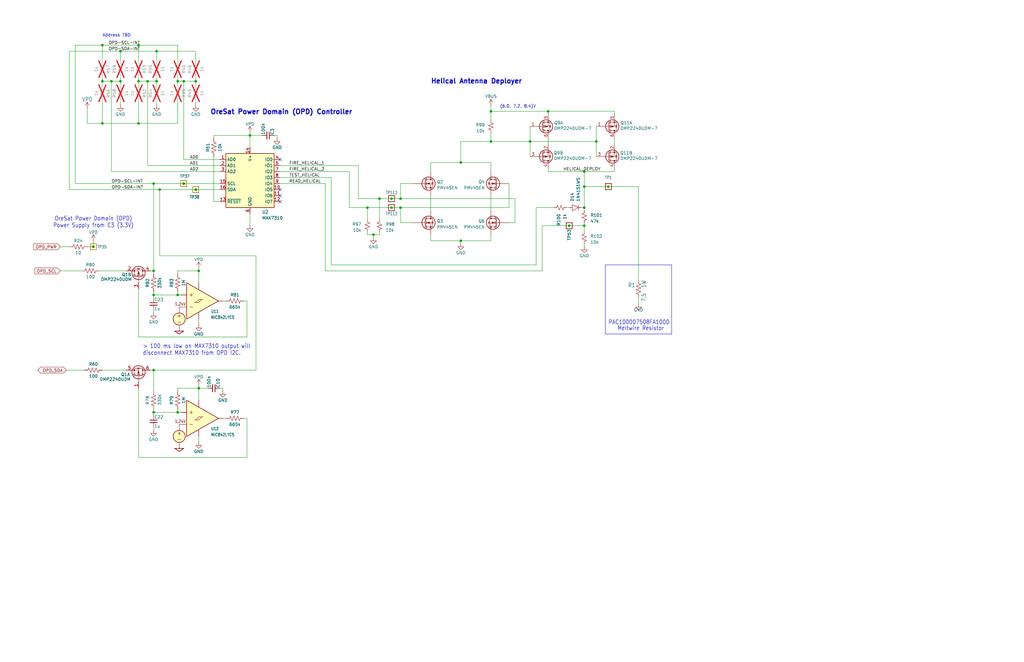
<source format=kicad_sch>
(kicad_sch (version 20250114) (generator "eeschema") (generator_version "9.0")
  (paper "B")
  (title_block (title "OreSat1 +Z End Card") (date "2026-02-18") (rev "v1.1") (company "Portland State Aerospace Society"))
  (text "OreSat Power Domain (OPD)\nPower Supply from C3 (3.3V)" (at 39.37 96.266 0) (effects (font (size 1.778 1.5113)) (justify bottom)))
  (text "OreSat Power Domain (OPD) Controller" (at 88.646 48.514 0) (effects (font (size 2 2) (thickness 0.4) (bold yes)) (justify left bottom)))
  (text "> 100 ms low on MAX7310 output will\ndisconnect MAX7310 from OPD I2C." (at 60.198 150.114 0) (effects (font (size 1.778 1.5113)) (justify left bottom)))
  (text "PAC100007508FA1000" (at 256.54 137.16 0) (effects (font (size 1.778 1.5113)) (justify left bottom)))
  (text "(6.0, 7.2, 8.4)V" (at 210.82 45.72 0) (effects (font (size 1.27 1.27)) (justify left bottom)))
  (text "Address TBD" (at 43.18 15.748 0) (effects (font (size 1.27 1.27)) (justify left bottom)))
  (text "Meltwire Resistor" (at 260.35 139.7 0) (effects (font (size 1.778 1.5113)) (justify left bottom)))
  (text "Helical Antenna Deployer" (at 181.61 35.56 0) (effects (font (size 2 2) (thickness 0.4) (bold yes)) (justify left bottom)))
  (junction (at 74.93 124.46))
  (junction (at 74.93 173.99))
  (junction (at 74.93 34.29))
  (junction (at 82.55 34.29))
  (junction (at 251.46 59.69))
  (junction (at 82.55 80.01))
  (junction (at 105.41 57.15))
  (junction (at 67.31 80.01))
  (junction (at 64.77 156.21))
  (junction (at 165.1 83.82))
  (junction (at 207.01 59.69))
  (junction (at 43.18 19.05))
  (junction (at 39.37 104.14))
  (junction (at 160.02 83.82))
  (junction (at 77.47 77.47))
  (junction (at 58.42 34.29))
  (junction (at 168.91 83.82))
  (junction (at 246.38 72.39))
  (junction (at 231.14 46.99))
  (junction (at 207.01 46.99))
  (junction (at 62.23 34.29))
  (junction (at 157.48 99.06))
  (junction (at 64.77 124.46))
  (junction (at 83.82 114.3))
  (junction (at 246.38 78.74))
  (junction (at 83.82 163.83))
  (junction (at 50.8 21.59))
  (junction (at 58.42 19.05))
  (junction (at 66.04 21.59))
  (junction (at 43.18 52.07))
  (junction (at 223.52 59.69))
  (junction (at 165.1 87.63))
  (junction (at 256.54 78.74))
  (junction (at 77.47 34.29))
  (junction (at 46.99 34.29))
  (junction (at 43.18 34.29))
  (junction (at 64.77 173.99))
  (junction (at 154.94 87.63))
  (junction (at 64.77 77.47))
  (junction (at 246.38 95.25))
  (junction (at 194.31 68.58))
  (junction (at 58.42 52.07))
  (junction (at 240.03 95.25))
  (junction (at 168.91 87.63))
  (junction (at 50.8 34.29))
  (junction (at 64.77 114.3))
  (junction (at 66.04 34.29))
  (junction (at 246.38 87.63))
  (junction (at 194.31 101.6))
  (no_connect (at 118.11 85.09))
  (no_connect (at 118.11 67.31))
  (no_connect (at 118.11 82.55))
  (no_connect (at 118.11 80.01))
  (wire (pts (xy 64.77 172.72) (xy 64.77 173.99)) (stroke (width 0.1524)))
  (wire (pts (xy 107.95 107.95) (xy 67.31 107.95)) (stroke (width 0.1524)))
  (wire (pts (xy 92.71 67.31) (xy 77.47 67.31)) (stroke (width 0.1524)))
  (wire (pts (xy 64.77 173.99) (xy 74.93 173.99)) (stroke (width 0.1524)))
  (wire (pts (xy 50.8 21.59) (xy 66.04 21.59)) (stroke (width 0.1524)))
  (wire (pts (xy 139.7 111.76) (xy 226.06 111.76)))
  (wire (pts (xy 137.16 77.47) (xy 137.16 114.3)))
  (wire (pts (xy 259.08 46.99) (xy 259.08 48.26)))
  (wire (pts (xy 157.48 100.33) (xy 157.48 99.06)))
  (wire (pts (xy 74.93 33.02) (xy 74.93 34.29)))
  (wire (pts (xy 58.42 19.05) (xy 74.93 19.05)) (stroke (width 0.1524)))
  (wire (pts (xy 259.08 58.42) (xy 259.08 60.96)))
  (wire (pts (xy 64.77 156.21) (xy 107.95 156.21)) (stroke (width 0.1524)))
  (wire (pts (xy 43.18 24.13) (xy 43.18 25.4)))
  (wire (pts (xy 246.38 95.25) (xy 246.38 97.79)))
  (wire (pts (xy 41.91 114.3) (xy 53.34 114.3)) (stroke (width 0.1524)))
  (wire (pts (xy 207.01 68.58) (xy 207.01 72.39)))
  (wire (pts (xy 82.55 34.29) (xy 82.55 35.56)))
  (wire (pts (xy 165.1 83.82) (xy 168.91 83.82)))
  (wire (pts (xy 228.6 95.25) (xy 240.03 95.25)))
  (wire (pts (xy 82.55 80.01) (xy 67.31 80.01)) (stroke (width 0.1524)))
  (polyline (pts (xy 283.21 140.97) (xy 255.27 140.97)))
  (wire (pts (xy 194.31 59.69) (xy 194.31 68.58)))
  (wire (pts (xy 259.08 72.39) (xy 246.38 72.39)))
  (wire (pts (xy 64.77 125.73) (xy 64.77 124.46)) (stroke (width 0.1524)))
  (wire (pts (xy 63.5 156.21) (xy 64.77 156.21)) (stroke (width 0.1524)))
  (wire (pts (xy 58.42 121.92) (xy 58.42 142.24)))
  (wire (pts (xy 245.11 87.63) (xy 246.38 87.63)))
  (wire (pts (xy 231.14 58.42) (xy 231.14 60.96)))
  (wire (pts (xy 74.93 172.72) (xy 74.93 173.99)) (stroke (width 0.1524)))
  (wire (pts (xy 207.01 82.55) (xy 207.01 88.9)))
  (wire (pts (xy 147.32 72.39) (xy 147.32 87.63)))
  (wire (pts (xy 116.84 57.15) (xy 115.57 57.15)) (stroke (width 0.1524)))
  (wire (pts (xy 36.83 52.07) (xy 43.18 52.07)))
  (wire (pts (xy 207.01 55.88) (xy 207.01 59.69)))
  (wire (pts (xy 74.93 34.29) (xy 74.93 35.56)))
  (wire (pts (xy 104.14 176.53) (xy 104.14 193.04)) (stroke (width 0.1524)))
  (wire (pts (xy 77.47 77.47) (xy 92.71 77.47)) (stroke (width 0.1524)))
  (wire (pts (xy 27.94 156.21) (xy 35.56 156.21)))
  (wire (pts (xy 50.8 43.18) (xy 50.8 44.45)))
  (wire (pts (xy 194.31 68.58) (xy 207.01 68.58)))
  (wire (pts (xy 74.93 24.13) (xy 74.93 25.4)))
  (wire (pts (xy 50.8 24.13) (xy 50.8 25.4)))
  (wire (pts (xy 83.82 163.83) (xy 74.93 163.83)) (stroke (width 0.1524)))
  (wire (pts (xy 181.61 82.55) (xy 181.61 88.9)))
  (wire (pts (xy 82.55 24.13) (xy 82.55 25.4)))
  (wire (pts (xy 66.04 24.13) (xy 66.04 25.4)))
  (wire (pts (xy 118.11 77.47) (xy 137.16 77.47)))
  (wire (pts (xy 66.04 33.02) (xy 66.04 34.29)))
  (wire (pts (xy 154.94 99.06) (xy 157.48 99.06)))
  (wire (pts (xy 82.55 21.59) (xy 82.55 24.13)) (stroke (width 0.1524)))
  (wire (pts (xy 58.42 193.04) (xy 104.14 193.04)) (stroke (width 0.1524)))
  (wire (pts (xy 231.14 72.39) (xy 231.14 71.12)))
  (wire (pts (xy 92.71 85.09) (xy 90.17 85.09)) (stroke (width 0.1524)))
  (wire (pts (xy 168.91 83.82) (xy 217.17 83.82)))
  (wire (pts (xy 62.23 69.85) (xy 62.23 34.29)) (stroke (width 0.1524)))
  (wire (pts (xy 207.01 44.45) (xy 207.01 46.99)))
  (wire (pts (xy 181.61 72.39) (xy 181.61 68.58)))
  (wire (pts (xy 104.14 127) (xy 104.14 142.24)) (stroke (width 0.1524)))
  (wire (pts (xy 43.18 24.13) (xy 43.18 19.05)) (stroke (width 0.1524)))
  (wire (pts (xy 64.77 173.99) (xy 64.77 175.26)) (stroke (width 0.1524)))
  (wire (pts (xy 181.61 68.58) (xy 194.31 68.58)))
  (wire (pts (xy 107.95 156.21) (xy 107.95 107.95)) (stroke (width 0.1524)))
  (wire (pts (xy 105.41 55.88) (xy 105.41 57.15)) (stroke (width 0.1524)))
  (wire (pts (xy 92.71 80.01) (xy 82.55 80.01)) (stroke (width 0.1524)))
  (wire (pts (xy 207.01 101.6) (xy 207.01 99.06)))
  (wire (pts (xy 251.46 59.69) (xy 251.46 53.34)))
  (wire (pts (xy 62.23 34.29) (xy 58.42 34.29)) (stroke (width 0.1524)))
  (wire (pts (xy 82.55 43.18) (xy 82.55 44.45)))
  (wire (pts (xy 137.16 114.3) (xy 228.6 114.3)))
  (wire (pts (xy 256.54 78.74) (xy 269.24 78.74)))
  (wire (pts (xy 240.03 95.25) (xy 246.38 95.25)))
  (wire (pts (xy 118.11 69.85) (xy 151.13 69.85)))
  (wire (pts (xy 160.02 83.82) (xy 160.02 92.71)))
  (wire (pts (xy 105.41 90.17) (xy 105.41 95.25)) (stroke (width 0.1524)))
  (wire (pts (xy 105.41 57.15) (xy 110.49 57.15)) (stroke (width 0.1524)))
  (wire (pts (xy 238.76 87.63) (xy 240.03 87.63)))
  (wire (pts (xy 90.17 66.04) (xy 90.17 85.09)) (stroke (width 0.1524)))
  (wire (pts (xy 228.6 114.3) (xy 228.6 95.25)))
  (wire (pts (xy 207.01 46.99) (xy 231.14 46.99)))
  (wire (pts (xy 118.11 72.39) (xy 147.32 72.39)))
  (wire (pts (xy 50.8 24.13) (xy 50.8 21.59)) (stroke (width 0.1524)))
  (wire (pts (xy 104.14 127) (xy 102.87 127)) (stroke (width 0.1524)))
  (wire (pts (xy 83.82 162.56) (xy 83.82 163.83)) (stroke (width 0.1524)))
  (wire (pts (xy 118.11 74.93) (xy 139.7 74.93)))
  (wire (pts (xy 83.82 184.15) (xy 83.82 186.69)) (stroke (width 0.1524)))
  (wire (pts (xy 67.31 80.01) (xy 29.21 80.01)) (stroke (width 0.1524)))
  (wire (pts (xy 64.77 156.21) (xy 64.77 165.1)) (stroke (width 0.1524)))
  (wire (pts (xy 151.13 83.82) (xy 151.13 69.85)))
  (wire (pts (xy 74.93 124.46) (xy 76.2 124.46)) (stroke (width 0.1524)))
  (wire (pts (xy 194.31 59.69) (xy 207.01 59.69)))
  (wire (pts (xy 77.47 34.29) (xy 74.93 34.29)) (stroke (width 0.1524)))
  (wire (pts (xy 105.41 57.15) (xy 105.41 62.23)))
  (wire (pts (xy 246.38 87.63) (xy 246.38 88.9)))
  (wire (pts (xy 83.82 163.83) (xy 87.63 163.83)))
  (wire (pts (xy 77.47 67.31) (xy 77.47 34.29)) (stroke (width 0.1524)))
  (wire (pts (xy 31.75 19.05) (xy 43.18 19.05)) (stroke (width 0.1524)))
  (wire (pts (xy 90.17 57.15) (xy 90.17 58.42)))
  (wire (pts (xy 194.31 102.87) (xy 194.31 101.6)))
  (wire (pts (xy 217.17 93.98) (xy 214.63 93.98)))
  (wire (pts (xy 160.02 83.82) (xy 165.1 83.82)))
  (wire (pts (xy 165.1 87.63) (xy 168.91 87.63)))
  (wire (pts (xy 92.71 72.39) (xy 46.99 72.39)) (stroke (width 0.1524)))
  (polyline (pts (xy 283.21 111.76) (xy 283.21 140.97)))
  (wire (pts (xy 181.61 101.6) (xy 194.31 101.6)))
  (wire (pts (xy 154.94 97.79) (xy 154.94 99.06)))
  (wire (pts (xy 154.94 87.63) (xy 165.1 87.63)))
  (wire (pts (xy 46.99 34.29) (xy 43.18 34.29)) (stroke (width 0.1524)))
  (wire (pts (xy 226.06 87.63) (xy 226.06 111.76)))
  (wire (pts (xy 64.77 114.3) (xy 64.77 77.47)) (stroke (width 0.1524)))
  (wire (pts (xy 74.93 123.19) (xy 74.93 124.46)) (stroke (width 0.1524)))
  (wire (pts (xy 246.38 78.74) (xy 246.38 72.39)))
  (wire (pts (xy 64.77 124.46) (xy 74.93 124.46)) (stroke (width 0.1524)))
  (wire (pts (xy 83.82 163.83) (xy 83.82 168.91)) (stroke (width 0.1524)))
  (wire (pts (xy 223.52 59.69) (xy 251.46 59.69)))
  (wire (pts (xy 92.71 163.83) (xy 93.98 163.83)))
  (wire (pts (xy 90.17 57.15) (xy 105.41 57.15)) (stroke (width 0.1524)))
  (wire (pts (xy 64.77 180.34) (xy 64.77 181.61)))
  (wire (pts (xy 74.93 24.13) (xy 74.93 19.05)) (stroke (width 0.1524)))
  (wire (pts (xy 83.82 119.38) (xy 83.82 114.3)) (stroke (width 0.1524)))
  (wire (pts (xy 181.61 99.06) (xy 181.61 101.6)))
  (wire (pts (xy 223.52 59.69) (xy 223.52 53.34)))
  (wire (pts (xy 43.18 43.18) (xy 43.18 52.07)) (stroke (width 0.1524)))
  (wire (pts (xy 154.94 87.63) (xy 154.94 92.71)))
  (wire (pts (xy 168.91 83.82) (xy 168.91 77.47)))
  (wire (pts (xy 43.18 156.21) (xy 53.34 156.21)) (stroke (width 0.1524)))
  (wire (pts (xy 92.71 69.85) (xy 62.23 69.85)) (stroke (width 0.1524)))
  (wire (pts (xy 246.38 93.98) (xy 246.38 95.25)))
  (wire (pts (xy 74.93 163.83) (xy 74.93 165.1)))
  (wire (pts (xy 246.38 72.39) (xy 231.14 72.39)))
  (wire (pts (xy 168.91 77.47) (xy 173.99 77.47)))
  (polyline (pts (xy 255.27 140.97) (xy 255.27 111.76)))
  (wire (pts (xy 147.32 87.63) (xy 154.94 87.63)))
  (wire (pts (xy 58.42 43.18) (xy 58.42 52.07)) (stroke (width 0.1524)))
  (wire (pts (xy 50.8 34.29) (xy 46.99 34.29)) (stroke (width 0.1524)))
  (wire (pts (xy 168.91 87.63) (xy 168.91 93.98)))
  (wire (pts (xy 66.04 21.59) (xy 82.55 21.59)) (stroke (width 0.1524)))
  (wire (pts (xy 160.02 99.06) (xy 160.02 97.79)))
  (wire (pts (xy 46.99 72.39) (xy 46.99 34.29)) (stroke (width 0.1524)))
  (wire (pts (xy 43.18 33.02) (xy 43.18 34.29)))
  (wire (pts (xy 58.42 163.83) (xy 58.42 193.04)))
  (wire (pts (xy 31.75 77.47) (xy 31.75 19.05)) (stroke (width 0.1524)))
  (wire (pts (xy 64.77 115.57) (xy 64.77 114.3)) (stroke (width 0.1524)))
  (wire (pts (xy 64.77 123.19) (xy 64.77 124.46)) (stroke (width 0.1524)))
  (wire (pts (xy 66.04 34.29) (xy 66.04 35.56)))
  (wire (pts (xy 29.21 80.01) (xy 29.21 21.59)) (stroke (width 0.1524)))
  (wire (pts (xy 246.38 87.63) (xy 246.38 78.74)))
  (wire (pts (xy 66.04 24.13) (xy 66.04 21.59)) (stroke (width 0.1524)))
  (wire (pts (xy 251.46 59.69) (xy 251.46 66.04)))
  (wire (pts (xy 231.14 46.99) (xy 259.08 46.99)))
  (wire (pts (xy 217.17 83.82) (xy 217.17 93.98)))
  (wire (pts (xy 74.93 43.18) (xy 74.93 44.45)))
  (wire (pts (xy 139.7 74.93) (xy 139.7 111.76)))
  (wire (pts (xy 74.93 115.57) (xy 74.93 114.3)) (stroke (width 0.1524)))
  (wire (pts (xy 82.55 33.02) (xy 82.55 34.29)))
  (wire (pts (xy 82.55 34.29) (xy 77.47 34.29)) (stroke (width 0.1524)))
  (wire (pts (xy 58.42 33.02) (xy 58.42 34.29)))
  (wire (pts (xy 223.52 59.69) (xy 223.52 66.04)))
  (wire (pts (xy 102.87 176.53) (xy 104.14 176.53)) (stroke (width 0.1524)))
  (wire (pts (xy 207.01 46.99) (xy 207.01 50.8)))
  (wire (pts (xy 74.93 173.99) (xy 76.2 173.99)) (stroke (width 0.1524)))
  (wire (pts (xy 269.24 78.74) (xy 269.24 118.11)))
  (polyline (pts (xy 255.27 111.76) (xy 283.21 111.76)))
  (wire (pts (xy 39.37 104.14) (xy 39.37 101.6)) (stroke (width 0.1524)))
  (wire (pts (xy 168.91 87.63) (xy 214.63 87.63)))
  (wire (pts (xy 64.77 114.3) (xy 63.5 114.3)) (stroke (width 0.1524)))
  (wire (pts (xy 43.18 19.05) (xy 58.42 19.05)) (stroke (width 0.1524)))
  (wire (pts (xy 93.98 176.53) (xy 95.25 176.53)))
  (wire (pts (xy 259.08 71.12) (xy 259.08 72.39)))
  (wire (pts (xy 168.91 93.98) (xy 173.99 93.98)))
  (wire (pts (xy 58.42 34.29) (xy 58.42 35.56)))
  (wire (pts (xy 157.48 99.06) (xy 160.02 99.06)))
  (wire (pts (xy 95.25 127) (xy 93.98 127)))
  (wire (pts (xy 36.83 45.72) (xy 36.83 52.07)))
  (wire (pts (xy 231.14 46.99) (xy 231.14 48.26)))
  (wire (pts (xy 64.77 77.47) (xy 77.47 77.47)) (stroke (width 0.1524)))
  (wire (pts (xy 43.18 52.07) (xy 58.42 52.07)) (stroke (width 0.1524)))
  (wire (pts (xy 256.54 78.74) (xy 246.38 78.74)))
  (wire (pts (xy 226.06 87.63) (xy 233.68 87.63)))
  (wire (pts (xy 194.31 101.6) (xy 207.01 101.6)))
  (wire (pts (xy 58.42 142.24) (xy 104.14 142.24)) (stroke (width 0.1524)))
  (wire (pts (xy 50.8 34.29) (xy 50.8 35.56)))
  (wire (pts (xy 214.63 87.63) (xy 214.63 77.47)))
  (wire (pts (xy 83.82 134.62) (xy 83.82 137.16)) (stroke (width 0.1524)))
  (wire (pts (xy 67.31 107.95) (xy 67.31 80.01)) (stroke (width 0.1524)))
  (wire (pts (xy 25.4 114.3) (xy 34.29 114.3)))
  (wire (pts (xy 66.04 43.18) (xy 66.04 44.45)))
  (wire (pts (xy 64.77 130.81) (xy 64.77 132.08)))
  (wire (pts (xy 83.82 114.3) (xy 83.82 113.03)) (stroke (width 0.1524)))
  (wire (pts (xy 36.83 104.14) (xy 39.37 104.14)) (stroke (width 0.1524)))
  (wire (pts (xy 269.24 125.73) (xy 269.24 128.27)))
  (wire (pts (xy 246.38 104.14) (xy 246.38 102.87)))
  (wire (pts (xy 93.98 163.83) (xy 93.98 165.1)))
  (wire (pts (xy 29.21 21.59) (xy 50.8 21.59)) (stroke (width 0.1524)))
  (wire (pts (xy 25.4 104.14) (xy 29.21 104.14)))
  (wire (pts (xy 58.42 24.13) (xy 58.42 25.4)))
  (wire (pts (xy 66.04 34.29) (xy 62.23 34.29)) (stroke (width 0.1524)))
  (wire (pts (xy 50.8 33.02) (xy 50.8 34.29)))
  (wire (pts (xy 83.82 114.3) (xy 74.93 114.3)) (stroke (width 0.1524)))
  (wire (pts (xy 151.13 83.82) (xy 160.02 83.82)))
  (wire (pts (xy 58.42 24.13) (xy 58.42 19.05)) (stroke (width 0.1524)))
  (wire (pts (xy 207.01 59.69) (xy 223.52 59.69)))
  (wire (pts (xy 116.84 58.42) (xy 116.84 57.15)) (stroke (width 0.1524)))
  (wire (pts (xy 43.18 34.29) (xy 43.18 35.56)))
  (wire (pts (xy 58.42 52.07) (xy 74.93 52.07)) (stroke (width 0.1524)))
  (wire (pts (xy 31.75 77.47) (xy 64.77 77.47)) (stroke (width 0.1524)))
  (wire (pts (xy 74.93 52.07) (xy 74.93 44.45)) (stroke (width 0.1524)))
  (label "OPD-SDA-INT" (at 46.99 80.01 0) (effects (font (size 1.2446 1.2446))))
  (label "AD1" (at 80.01 69.85 0) (effects (font (size 1.2446 1.2446))))
  (label "AD0" (at 80.01 67.31 0) (effects (font (size 1.2446 1.2446))))
  (label "FIRE_HELICAL_1" (at 121.92 69.85 0))
  (label "HELICAL_DEPLOY" (at 237.49 72.39 0))
  (label "OPD-SCL-INT" (at 46.99 77.47 0) (effects (font (size 1.2446 1.2446))))
  (label "OPD-SDA-INT" (at 45.72 21.59 0) (effects (font (size 1.2446 1.2446))))
  (label "READ_HELICAL" (at 121.92 77.47 0))
  (label "TEST_HELICAL" (at 121.92 74.93 0))
  (label "FIRE_HELICAL_2" (at 121.92 72.39 0))
  (label "AD2" (at 80.01 72.39 0) (effects (font (size 1.2446 1.2446))))
  (label "OPD-SCL-INT" (at 45.72 19.05 0) (effects (font (size 1.2446 1.2446))))
  (global_label "OPD_SCL" (shape input) (at 25.4 114.3 180) (property "Intersheetrefs" "${INTERSHEET_REFS}" (effects (hide yes))))
  (global_label "OPD_SDA" (shape bidirectional) (at 27.94 156.21 180) (property "Intersheetrefs" "${INTERSHEET_REFS}" (effects (hide yes))))
  (global_label "OPD_PWR" (shape input) (at 25.4 104.14 180) (property "Intersheetrefs" "${INTERSHEET_REFS}" (effects (hide yes))))
  (symbol (lib_id "oresat-ics:MIC842LYC5") (at 83.82 127 0) (unit 1)
    (property "Reference" "U11" (at 88.9 132.08 0) (effects (font (size 1.27 1.0795)) (justify left bottom)))
    (property "Value" "MIC842LYC5" (at 88.9 134.62 0) (effects (font (size 1.27 1.0795)) (justify left bottom)))
    (property "Footprint" "Package_TO_SOT_SMD:SOT-353_SC-70-5" (effects (hide yes)))
    (property "Datasheet" "https://ww1.microchip.com/downloads/aemDocuments/documents/OTH/ProductDocuments/DataSheets/20005758A.pdf" (effects (hide yes)))
    (property "Description" "Comparator with Voltage Reference Push-Pull SC-70-5" (effects (hide yes)))
    (property "DIS" "DigiKey" (effects (hide yes)))
    (property "DPN" "576-2927-1-ND" (effects (hide yes)))
    (property "MFR" "Microchip" (effects (hide yes)))
    (property "MPN" "MIC842LYC5-TR" (effects (hide yes)))
  )
  (symbol (lib_id "Device:R_US") (at 99.06 127 90) (unit 1)
    (property "Reference" "R81" (at 99.06 124.46 90))
    (property "Value" "665k" (at 99.06 129.54 90))
    (property "Footprint" "oresat-passives:0603-C-NOSILK" (effects (hide yes)))
    (property "Datasheet" "https://www.seielect.com/catalog/SEI-RMCF_RMCP.pdf" (effects (hide yes)))
    (property "Description" "665 kOhms ±1% 0.1W, 1/10W Chip Resistor 0603 (1608 Metric) Automotive AEC-Q200 Thick Film" (effects (hide yes)))
    (property "DIS" "DigiKey" (effects (hide yes)))
    (property "DPN" "RMCF0603FT665KCT-ND" (effects (hide yes)))
    (property "MFR" "Stackpole Electronics Inc" (effects (hide yes)))
    (property "MPN" "RMCF0603FT665K" (effects (hide yes)))
  )
  (symbol (lib_id "oresat-power:VPD") (at 105.41 55.88 0) (unit 1)
    (property "Reference" "#VPD07" (effects (hide yes)))
    (property "Value" "VPD" (at 105.41 53.086 0) (effects (justify bottom)))
  )
  (symbol (lib_id "Device:C_Small") (at 64.77 128.27 0) (unit 1)
    (property "Reference" "C23" (at 65.024 126.492 0) (effects (justify left)))
    (property "Value" "1u" (at 65.024 130.302 0) (effects (justify left)))
    (property "Footprint" "oresat-passives:0603-C-NOSILK" (effects (hide yes)))
    (property "Datasheet" "https://search.murata.co.jp/Ceramy/image/img/A01X/G101/ENG/GRT188R71E105KE13-01.pdf" (effects (hide yes)))
    (property "Description" "1 µF ±10% 25V Ceramic Capacitor X7R 0603 (1608 Metric)" (effects (hide yes)))
    (property "DIS" "DigiKey" (effects (hide yes)))
    (property "DPN" "490-GRT188R71E105KE13DCT-ND" (effects (hide yes)))
    (property "MFR" "Murata Electronics" (effects (hide yes)))
    (property "MPN" "GRT188R71E105KE13D" (effects (hide yes)))
  )
  (symbol (lib_id "power:GND") (at 116.84 58.42 0) (mirror y) (unit 1)
    (property "Reference" "#GND09" (effects (hide yes)))
    (property "Value" "GND" (at 116.84 62.23 0))
    (property "Description" "Power symbol creates a global label with name \"GND\" , ground" (effects (hide yes)))
  )
  (symbol (lib_id "Device:R_US") (at 64.77 168.91 180) (unit 1)
    (property "Reference" "R78" (at 62.23 168.91 90))
    (property "Value" "330k" (at 67.31 168.656 90))
    (property "Footprint" "oresat-passives:0603-C-NOSILK" (effects (hide yes)))
    (property "Datasheet" "https://www.seielect.com/catalog/SEI-RMCF_RMCP.pdf" (effects (hide yes)))
    (property "Description" "330 kOhms ±1% 0.1W, 1/10W Chip Resistor 0603 (1608 Metric) Automotive AEC-Q200 Thick Film" (effects (hide yes)))
    (property "DIS" "DigiKey" (effects (hide yes)))
    (property "DPN" "RMCF0603FT330KCT-ND" (effects (hide yes)))
    (property "MFR" "Stackpole Electronics Inc" (effects (hide yes)))
    (property "MPN" "RMCF0603FT330K" (effects (hide yes)))
  )
  (symbol (lib_id "oresat-misc:Test-Point-0.75mm-th") (at 77.47 77.47 180) (unit 1) (in_bom no)
    (property "Reference" "TP37" (at 80.01 73.66 0) (effects (font (size 1.27 1.0795)) (justify left bottom)))
    (property "Value" "Test-Point" (effects (hide yes)))
    (property "Footprint" "oresat-misc:TestPoint-0.75mm-th" (effects (hide yes)))
    (property "Description" "0.75 mm TH test point; good for scope probes and jumpers" (effects (hide yes)))
  )
  (symbol (lib_id "oresat-misc:Test-Point-0.75mm-th") (at 39.37 104.14 180) (unit 1) (in_bom no)
    (property "Reference" "TP35" (at 40.894 104.902 0) (effects (font (size 1.27 1.0795)) (justify right top)))
    (property "Value" "Test-Point" (effects (hide yes)))
    (property "Footprint" "oresat-misc:TestPoint-0.75mm-th" (effects (hide yes)))
    (property "Description" "0.75 mm TH test point; good for scope probes and jumpers" (effects (hide yes)))
  )
  (symbol (lib_id "Transistor_FET:Q_Dual_PMOS_G1S2G2D2S1D1") (at 228.6 66.04 0) (mirror x) (unit 2)
    (property "Reference" "Q9" (at 237.49 65.278 0) (effects (justify right top)))
    (property "Value" "DMP2240UDM-7" (at 249.428 67.564 0) (effects (justify right top)))
    (property "Footprint" "Package_TO_SOT_SMD:SOT-23-6" (effects (hide yes)))
    (property "Datasheet" "https://www.diodes.com/assets/Datasheets/ds31197.pdf" (effects (hide yes)))
    (property "Description" "Mosfet Array 20V 2A 600mW Surface Mount SOT-26" (effects (hide yes)))
    (property "DIS" "DigiKey" (effects (hide yes)))
    (property "DPN" "DMP2240UDMDICT-ND" (effects (hide yes)))
    (property "MFR" "Diodes Inc" (effects (hide yes)))
    (property "MPN" "DMP2240UDM" (effects (hide yes)))
  )
  (symbol (lib_id "Device:R_US") (at 74.93 119.38 180) (unit 1)
    (property "Reference" "R83" (at 72.39 119.38 90))
    (property "Value" "1M" (at 77.47 119.38 90))
    (property "Footprint" "oresat-passives:0603-C-NOSILK" (effects (hide yes)))
    (property "Datasheet" "https://www.seielect.com/catalog/SEI-RMCF_RMCP.pdf" (effects (hide yes)))
    (property "Description" "1 MOhms ±1% 0.1W, 1/10W Chip Resistor 0603 (1608 Metric) Automotive AEC-Q200 Thick Film" (effects (hide yes)))
    (property "DIS" "DigiKey" (effects (hide yes)))
    (property "DPN" "RMCF0603FT1M00CT-ND" (effects (hide yes)))
    (property "MFR" "Stackpole Electronics Inc" (effects (hide yes)))
    (property "MPN" "RMCF0603FT1M00" (effects (hide yes)))
  )
  (symbol (lib_id "Device:R_US") (at 66.04 29.21 180) (unit 1) (dnp yes)
    (property "Reference" "R55" (at 63.5 29.21 90))
    (property "Value" "1k" (at 68.58 29.21 90))
    (property "Footprint" "oresat-passives:0603-C-NOSILK" (effects (hide yes)))
    (property "DIS" "Digi-Key" (effects (hide yes)))
    (property "DPN" "1276-4275-1-ND" (effects (hide yes)))
    (property "MFR" "Samsung" (effects (hide yes)))
    (property "MPN" "RC1005F6653CS" (effects (hide yes)))
  )
  (symbol (lib_id "Device:R_US") (at 82.55 29.21 180) (unit 1) (dnp yes)
    (property "Reference" "R46" (at 80.01 29.21 90))
    (property "Value" "1k" (at 85.09 29.21 90))
    (property "Footprint" "oresat-passives:0603-C-NOSILK" (effects (hide yes)))
    (property "DIS" "Digi-Key" (effects (hide yes)))
    (property "DPN" "1276-4275-1-ND" (effects (hide yes)))
    (property "MFR" "Samsung" (effects (hide yes)))
    (property "MPN" "RC1005F6653CS" (effects (hide yes)))
  )
  (symbol (lib_id "Device:R_US") (at 66.04 39.37 180) (unit 1) (dnp yes)
    (property "Reference" "R54" (at 63.5 39.37 90))
    (property "Value" "1k" (at 68.58 39.37 90))
    (property "Footprint" "oresat-passives:0603-C-NOSILK" (effects (hide yes)))
    (property "Datasheet" "https://www.seielect.com/catalog/SEI-RMCF_RMCP.pdf" (effects (hide yes)))
    (property "Description" "1 kOhms ±1% 0.1W, 1/10W Chip Resistor 0603 (1608 Metric) Automotive AEC-Q200 Thick Film" (effects (hide yes)))
    (property "DIS" "DigiKey" (effects (hide yes)))
    (property "DPN" "RMCF0603FT1K00CT-ND" (effects (hide yes)))
    (property "MFR" "Stackpole Electronics Inc" (effects (hide yes)))
    (property "MPN" "RMCF0603FT1K00" (effects (hide yes)))
  )
  (symbol (lib_id "oresat-diodes:1N4151WS-HE3") (at 242.57 87.63 0) (unit 1)
    (property "Reference" "D14" (at 241.3 85.09 90) (effects (justify left)))
    (property "Value" "1N4151WS" (at 243.84 85.09 90) (effects (justify left)))
    (property "Footprint" "Diode_SMD:D_SOD-323" (effects (hide yes)))
    (property "Datasheet" "https://www.vishay.com/docs/85847/1n4151ws.pdf" (effects (hide yes)))
    (property "Description" "Diode Standard 50V 150mA Surface Mount SOD-323" (effects (hide yes)))
    (property "DPN" "112-1N4151WS-E3-08CT-ND" (effects (hide yes)))
    (property "DST" "Digi-Key" (effects (hide yes)))
    (property "MFR" "Vishay" (effects (hide yes)))
    (property "MPN" "1N4151WS-E3-08" (effects (hide yes)))
  )
  (symbol (lib_id "oresat-power:VPD") (at 39.37 101.6 0) (unit 1)
    (property "Reference" "#VPD06" (effects (hide yes)))
    (property "Value" "VPD" (at 39.37 98.806 0) (effects (justify bottom)))
    (property "Description" "Power symbol creates a global label with name \"VPD\"" (effects (hide yes)))
  )
  (symbol (lib_id "Device:R_Small_US") (at 207.01 53.34 0) (unit 1)
    (property "Reference" "R99" (at 204.47 52.705 0) (effects (justify right)))
    (property "Value" "10k" (at 204.47 55.245 0) (effects (justify right)))
    (property "Footprint" "Resistor_SMD:R_0603_1608Metric" (effects (hide yes)))
    (property "Description" "10 kOhms ±1% 0.1W, 1/10W Chip Resistor 0603 (1608 Metric) Automotive AEC-Q200 Thick Film" (effects (hide yes)))
    (property "DPN" "RMCF0603FT10K0CT-ND" (effects (hide yes)))
    (property "DST" "Digi-Key" (effects (hide yes)))
    (property "MFR" "Stackpole Electronics Inc" (effects (hide yes)))
    (property "MPN" "RMCF0603FT10K0" (effects (hide yes)))
  )
  (symbol (lib_id "power:GND") (at 83.82 186.69 0) (mirror y) (unit 1)
    (property "Reference" "#GND075" (effects (hide yes)))
    (property "Value" "GND" (at 83.82 190.5 0))
    (property "Description" "Power symbol creates a global label with name \"GND\" , ground" (effects (hide yes)))
  )
  (symbol (lib_id "Transistor_FET:Q_Dual_PMOS_G1S2G2D2S1D1") (at 256.54 53.34 0) (mirror x) (unit 1)
    (property "Reference" "Q11" (at 266.7 52.578 0) (effects (justify right top)))
    (property "Value" "DMP2240UDM-7" (at 277.368 54.864 0) (effects (justify right top)))
    (property "Footprint" "Package_TO_SOT_SMD:SOT-23-6" (effects (hide yes)))
    (property "Datasheet" "https://www.diodes.com/assets/Datasheets/ds31197.pdf" (effects (hide yes)))
    (property "Description" "Mosfet Array 20V 2A 600mW Surface Mount SOT-26" (effects (hide yes)))
    (property "DIS" "DigiKey" (effects (hide yes)))
    (property "DPN" "DMP2240UDMDICT-ND" (effects (hide yes)))
    (property "MFR" "Diodes Inc" (effects (hide yes)))
    (property "MPN" "DMP2240UDM" (effects (hide yes)))
  )
  (symbol (lib_id "oresat-power:VPD") (at 83.82 113.03 0) (unit 1)
    (property "Reference" "#VPD010" (effects (hide yes)))
    (property "Value" "VPD" (at 83.82 110.236 0) (effects (justify bottom)))
  )
  (symbol (lib_id "power:VBUS") (at 207.01 44.45 0) (unit 1)
    (property "Reference" "#PWR012" (effects (hide yes)))
    (property "Value" "VBUS" (at 207.01 40.64 0))
    (property "Description" "Power symbol creates a global label with name \"VBUS\"" (effects (hide yes)))
  )
  (symbol (lib_id "Device:R_US") (at 82.55 39.37 180) (unit 1) (dnp yes)
    (property "Reference" "R45" (at 80.01 39.37 90))
    (property "Value" "1k" (at 85.09 39.37 90))
    (property "Footprint" "oresat-passives:0603-C-NOSILK" (effects (hide yes)))
    (property "DIS" "Digi-Key" (effects (hide yes)))
    (property "DPN" "1276-4275-1-ND" (effects (hide yes)))
    (property "MFR" "Samsung" (effects (hide yes)))
    (property "MPN" "RC1005F6653CS" (effects (hide yes)))
  )
  (symbol (lib_id "Device:R_US") (at 64.77 119.38 180) (unit 1)
    (property "Reference" "R82" (at 62.23 119.38 90))
    (property "Value" "330k" (at 67.31 119.38 90))
    (property "Footprint" "oresat-passives:0603-C-NOSILK" (effects (hide yes)))
    (property "Datasheet" "https://www.seielect.com/catalog/SEI-RMCF_RMCP.pdf" (effects (hide yes)))
    (property "Description" "330 kOhms ±1% 0.1W, 1/10W Chip Resistor 0603 (1608 Metric) Automotive AEC-Q200 Thick Film" (effects (hide yes)))
    (property "DIS" "DigiKey" (effects (hide yes)))
    (property "DPN" "RMCF0603FT330KCT-ND" (effects (hide yes)))
    (property "MFR" "Stackpole Electronics Inc" (effects (hide yes)))
    (property "MPN" "RMCF0603FT330K" (effects (hide yes)))
  )
  (symbol (lib_id "power:GND") (at 157.48 100.33 0) (unit 1)
    (property "Reference" "#PWR0293" (effects (hide yes)))
    (property "Value" "GND" (at 157.48 104.14 0))
    (property "Description" "Power symbol creates a global label with name \"GND\" , ground" (effects (hide yes)))
  )
  (symbol (lib_id "Device:R_US") (at 33.02 104.14 90) (unit 1)
    (property "Reference" "R24" (at 33.02 101.6 90))
    (property "Value" "10" (at 33.02 106.68 90))
    (property "Footprint" "oresat-passives:0603-C-NOSILK" (effects (hide yes)))
    (property "Datasheet" "https://www.seielect.com/catalog/SEI-RMCF_RMCP.pdf" (effects (hide yes)))
    (property "Description" "10 Ohms ±1% 0.1W, 1/10W Chip Resistor 0603 (1608 Metric) Automotive AEC-Q200 Thick Film" (effects (hide yes)))
    (property "DIS" "DigiKey" (effects (hide yes)))
    (property "DPN" "RMCF0603FT10R0CT-ND" (effects (hide yes)))
    (property "MFR" "Stackpole Electronics Inc" (effects (hide yes)))
    (property "MPN" "RMCF0603FT10R0" (effects (hide yes)))
  )
  (symbol (lib_id "oresat-misc:Test-Point-1mm-round") (at 240.03 95.25 90) (unit 1) (in_bom no)
    (property "Reference" "TP63" (at 240.03 101.6 0) (effects (justify left)))
    (property "Value" "Test-Point" (effects (hide yes)))
    (property "Footprint" "oresat-misc:TestPoint_Pad_D1.0mm" (effects (hide yes)))
    (property "Description" "1mm round SMT test point" (effects (hide yes)))
  )
  (symbol (lib_id "Device:C_Small") (at 113.03 57.15 270) (mirror x) (unit 1)
    (property "Reference" "C3" (at 114.808 56.896 0) (effects (justify left)))
    (property "Value" "100n" (at 110.998 56.896 0) (effects (justify left)))
    (property "Footprint" "oresat-passives:0603-C-NOSILK" (effects (hide yes)))
    (property "Datasheet" "https://search.kemet.com/download/specsheet/C0603C104K5RACAUTO" (effects (hide yes)))
    (property "Description" "0.1 µF ±10% 50V Ceramic Capacitor X7R 0603 (1608 Metric)" (effects (hide yes)))
    (property "DIS" "DigiKey" (effects (hide yes)))
    (property "DPN" "399-6856-1-ND" (effects (hide yes)))
    (property "MFR" "KEMET" (effects (hide yes)))
    (property "MPN" "C0603C104K5RACAUTO" (effects (hide yes)))
  )
  (symbol (lib_id "power:GND") (at 64.77 181.61 0) (unit 1)
    (property "Reference" "#GND078" (effects (hide yes)))
    (property "Value" "GND" (at 64.77 185.42 0))
    (property "Description" "Power symbol creates a global label with name \"GND\" , ground" (effects (hide yes)))
  )
  (symbol (lib_id "Transistor_FET:Q_Dual_PMOS_G1S2G2D2S1D1") (at 256.54 66.04 0) (mirror x) (unit 2)
    (property "Reference" "Q11" (at 266.7 65.278 0) (effects (justify right top)))
    (property "Value" "DMP2240UDM-7" (at 277.368 67.564 0) (effects (justify right top)))
    (property "Footprint" "Package_TO_SOT_SMD:SOT-23-6" (effects (hide yes)))
    (property "Datasheet" "https://www.diodes.com/assets/Datasheets/ds31197.pdf" (effects (hide yes)))
    (property "Description" "Mosfet Array 20V 2A 600mW Surface Mount SOT-26" (effects (hide yes)))
    (property "DIS" "DigiKey" (effects (hide yes)))
    (property "DPN" "DMP2240UDMDICT-ND" (effects (hide yes)))
    (property "MFR" "Diodes Inc" (effects (hide yes)))
    (property "MPN" "DMP2240UDM" (effects (hide yes)))
  )
  (symbol (lib_id "power:GND") (at 246.38 104.14 0) (unit 1)
    (property "Reference" "#PWR0292" (effects (hide yes)))
    (property "Value" "GND" (at 246.38 107.95 0))
    (property "Description" "Power symbol creates a global label with name \"GND\" , ground" (effects (hide yes)))
  )
  (symbol (lib_id "power:GND") (at 194.31 102.87 0) (unit 1)
    (property "Reference" "#PWR0291" (effects (hide yes)))
    (property "Value" "GND" (at 194.31 106.68 0))
    (property "Description" "Power symbol creates a global label with name \"GND\" , ground" (effects (hide yes)))
  )
  (symbol (lib_id "Device:R_Small_US") (at 236.22 87.63 90) (unit 1)
    (property "Reference" "R100" (at 235.585 90.17 0) (effects (justify right)))
    (property "Value" "1k" (at 238.125 90.17 0) (effects (justify right)))
    (property "Footprint" "Resistor_SMD:R_0603_1608Metric" (effects (hide yes)))
    (property "Description" "1 kOhms ±1% 0.1W, 1/10W Chip Resistor 0603 (1608 Metric) Automotive AEC-Q200 Thick Film" (effects (hide yes)))
    (property "DPN" "RMCF0603FT1K00CT-ND" (effects (hide yes)))
    (property "DST" "Digi-Key" (effects (hide yes)))
    (property "MFR" "Stackpole Electronics Inc" (effects (hide yes)))
    (property "MPN" "RMCF0603FT1K00" (effects (hide yes)))
  )
  (symbol (lib_name "Q_NMOS_GSD_1") (lib_id "Transistor_FET:Q_NMOS_GSD") (at 209.55 93.98 0) (mirror y) (unit 1)
    (property "Reference" "Q6" (at 204.47 93.98 0) (effects (justify left bottom)))
    (property "Value" "PMV45EN" (at 204.47 96.52 0) (effects (justify left bottom)))
    (property "Footprint" "Package_TO_SOT_SMD:SOT-23-3" (effects (hide yes)))
    (property "Description" "N-MOSFET transistor, gate/source/drain" (effects (hide yes)))
    (property "DIS" "Digi-Key" (effects (hide yes)))
    (property "DPN" "1727-2307-1-ND" (effects (hide yes)))
    (property "MFR" "Nexperia" (effects (hide yes)))
    (property "MPN" "PMV45EN2R" (effects (hide yes)))
  )
  (symbol (lib_id "oresat-power:VPD") (at 83.82 162.56 0) (unit 1)
    (property "Reference" "#VPD09" (effects (hide yes)))
    (property "Value" "VPD" (at 83.82 159.766 0) (effects (justify bottom)))
  )
  (symbol (lib_id "oresat-misc:Test-Point-1mm-round") (at 256.54 78.74 180) (unit 1) (in_bom no)
    (property "Reference" "TP1" (at 256.54 74.93 0) (effects (font (size 1.27 1.0795))))
    (property "Value" "Test-Point" (effects (hide yes)))
    (property "Footprint" "oresat-misc:TestPoint_Pad_D1.0mm" (effects (hide yes)))
    (property "Description" "1mm round SMT test point" (effects (hide yes)))
  )
  (symbol (lib_id "power:GND") (at 83.82 137.16 0) (mirror y) (unit 1)
    (property "Reference" "#GND077" (effects (hide yes)))
    (property "Value" "GND" (at 83.82 140.97 0))
    (property "Description" "Power symbol creates a global label with name \"GND\" , ground" (effects (hide yes)))
  )
  (symbol (lib_id "power:GND") (at 64.77 132.08 0) (unit 1)
    (property "Reference" "#GND079" (effects (hide yes)))
    (property "Value" "GND" (at 64.77 135.89 0))
    (property "Description" "Power symbol creates a global label with name \"GND\" , ground" (effects (hide yes)))
  )
  (symbol (lib_id "Device:R_US") (at 39.37 156.21 90) (unit 1)
    (property "Reference" "R60" (at 39.37 153.67 90))
    (property "Value" "100" (at 39.37 158.75 90))
    (property "Footprint" "oresat-passives:0603-C-NOSILK" (effects (hide yes)))
    (property "Datasheet" "https://www.seielect.com/catalog/SEI-RMCF_RMCP.pdf" (effects (hide yes)))
    (property "Description" "100 Ohms ±1% 0.1W, 1/10W Chip Resistor 0603 (1608 Metric) Automotive AEC-Q200 Thick Film" (effects (hide yes)))
    (property "DIS" "DigiKey" (effects (hide yes)))
    (property "DPN" "RMCF0603FT100RCT-ND" (effects (hide yes)))
    (property "MFR" "Stackpole Electronics Inc" (effects (hide yes)))
    (property "MPN" "RMCF0603FT100R" (effects (hide yes)))
  )
  (symbol (lib_id "oresat-power:VPD") (at 36.83 45.72 0) (unit 1)
    (property "Reference" "#VPD01" (effects (hide yes)))
    (property "Value" "VPD" (at 36.83 42.926 0) (effects (font (size 1.778 1.5113)) (justify bottom)))
  )
  (symbol (lib_name "Q_NMOS_GSD_1") (lib_id "Transistor_FET:Q_NMOS_GSD") (at 209.55 77.47 0) (mirror y) (unit 1)
    (property "Reference" "Q4" (at 204.47 77.47 0) (effects (justify left bottom)))
    (property "Value" "PMV45EN" (at 204.47 80.01 0) (effects (justify left bottom)))
    (property "Footprint" "Package_TO_SOT_SMD:SOT-23-3" (effects (hide yes)))
    (property "Description" "N-MOSFET transistor, gate/source/drain" (effects (hide yes)))
    (property "DIS" "Digi-Key" (effects (hide yes)))
    (property "DPN" "1727-2307-1-ND" (effects (hide yes)))
    (property "MFR" "Nexperia" (effects (hide yes)))
    (property "MPN" "PMV45EN2R" (effects (hide yes)))
  )
  (symbol (lib_id "Device:R_US") (at 90.17 62.23 180) (unit 1)
    (property "Reference" "R61" (at 87.63 62.23 90))
    (property "Value" "10k" (at 92.71 62.23 90))
    (property "Footprint" "oresat-passives:0603-C-NOSILK" (effects (hide yes)))
    (property "Datasheet" "https://www.seielect.com/catalog/SEI-RMCF_RMCP.pdf" (effects (hide yes)))
    (property "Description" "10 kOhms ±1% 0.1W, 1/10W Chip Resistor 0603 (1608 Metric) Automotive AEC-Q200 Thick Film" (effects (hide yes)))
    (property "DIS" "DigiKey" (effects (hide yes)))
    (property "DPN" "RMCF0603FT10K0CT-ND" (effects (hide yes)))
    (property "MFR" "Stackpole Electronics Inc" (effects (hide yes)))
    (property "MPN" "RMCF0603FT10K0" (effects (hide yes)))
  )
  (symbol (lib_id "power:GND") (at 66.04 44.45 0) (mirror y) (unit 1)
    (property "Reference" "#GND015" (effects (hide yes)))
    (property "Value" "GND" (at 66.04 48.26 0))
    (property "Description" "Power symbol creates a global label with name \"GND\" , ground" (effects (hide yes)))
  )
  (symbol (lib_id "Device:R_Small_US") (at 246.38 100.33 0) (mirror y) (unit 1)
    (property "Reference" "R102" (at 248.92 99.695 0) (effects (justify right)))
    (property "Value" "10k" (at 248.92 102.235 0) (effects (justify right)))
    (property "Footprint" "Resistor_SMD:R_0603_1608Metric" (effects (hide yes)))
    (property "Description" "10 kOhms ±1% 0.1W, 1/10W Chip Resistor 0603 (1608 Metric) Automotive AEC-Q200 Thick Film" (effects (hide yes)))
    (property "DPN" "RMCF0603FT10K0CT-ND" (effects (hide yes)))
    (property "DST" "Digi-Key" (effects (hide yes)))
    (property "MFR" "Stackpole Electronics Inc" (effects (hide yes)))
    (property "MPN" "RMCF0603FT10K0" (effects (hide yes)))
  )
  (symbol (lib_id "Device:R_US") (at 58.42 29.21 0) (unit 1) (dnp yes)
    (property "Reference" "R53" (at 60.96 29.21 90))
    (property "Value" "1k" (at 55.88 29.21 90))
    (property "Footprint" "oresat-passives:0603-C-NOSILK" (effects (hide yes)))
    (property "DIS" "Digi-Key" (effects (hide yes)))
    (property "DPN" "1276-4275-1-ND" (effects (hide yes)))
    (property "MFR" "Samsung" (effects (hide yes)))
    (property "MPN" "RC1005F6653CS" (effects (hide yes)))
  )
  (symbol (lib_id "Transistor_FET:Q_Dual_PMOS_G1S2G2D2S1D1") (at 58.42 116.84 270) (mirror x) (unit 2)
    (property "Reference" "Q1" (at 55.372 116.586 90) (effects (justify right top)))
    (property "Value" "DMP2240UDM" (at 55.626 118.618 90) (effects (justify right top)))
    (property "Footprint" "Package_TO_SOT_SMD:SOT-23-6" (effects (hide yes)))
    (property "Datasheet" "https://www.diodes.com/assets/Datasheets/ds31197.pdf" (effects (hide yes)))
    (property "Description" "Mosfet Array 20V 2A 600mW Surface Mount SOT-26" (effects (hide yes)))
    (property "DIS" "DigiKey" (effects (hide yes)))
    (property "DPN" "DMP2240UDMDICT-ND" (effects (hide yes)))
    (property "MFR" "Diodes Inc" (effects (hide yes)))
    (property "MPN" "DMP2240UDM" (effects (hide yes)))
  )
  (symbol (lib_id "oresat-misc:Test-Point-0.75mm-th") (at 82.55 80.01 0) (unit 1) (in_bom no)
    (property "Reference" "TP38" (at 80.01 83.82 0) (effects (font (size 1.27 1.0795)) (justify left bottom)))
    (property "Value" "Test-Point" (effects (hide yes)))
    (property "Footprint" "oresat-misc:TestPoint-0.75mm-th" (effects (hide yes)))
    (property "Description" "0.75 mm TH test point; good for scope probes and jumpers" (effects (hide yes)))
  )
  (symbol (lib_id "Device:R_US") (at 43.18 29.21 0) (unit 1) (dnp yes)
    (property "Reference" "R57" (at 45.72 29.21 90))
    (property "Value" "1k" (at 40.64 29.21 90))
    (property "Footprint" "oresat-passives:0603-C-NOSILK" (effects (hide yes)))
    (property "DIS" "Digi-Key" (effects (hide yes)))
    (property "DPN" "1276-4275-1-ND" (effects (hide yes)))
    (property "MFR" "Samsung" (effects (hide yes)))
    (property "MPN" "RC1005F6653CS" (effects (hide yes)))
  )
  (symbol (lib_id "Device:R_US") (at 74.93 168.91 180) (unit 1)
    (property "Reference" "R79" (at 72.39 168.91 90))
    (property "Value" "1M" (at 77.47 168.91 90))
    (property "Footprint" "oresat-passives:0603-C-NOSILK" (effects (hide yes)))
    (property "Datasheet" "https://www.seielect.com/catalog/SEI-RMCF_RMCP.pdf" (effects (hide yes)))
    (property "Description" "1 MOhms ±1% 0.1W, 1/10W Chip Resistor 0603 (1608 Metric) Automotive AEC-Q200 Thick Film" (effects (hide yes)))
    (property "DIS" "DigiKey" (effects (hide yes)))
    (property "DPN" "RMCF0603FT1M00CT-ND" (effects (hide yes)))
    (property "MFR" "Stackpole Electronics Inc" (effects (hide yes)))
    (property "MPN" "RMCF0603FT1M00" (effects (hide yes)))
  )
  (symbol (lib_id "Device:R_Small_US") (at 246.38 91.44 0) (mirror y) (unit 1)
    (property "Reference" "R101" (at 248.92 90.805 0) (effects (justify right)))
    (property "Value" "47k" (at 248.92 93.345 0) (effects (justify right)))
    (property "Footprint" "Resistor_SMD:R_0603_1608Metric" (effects (hide yes)))
    (property "Description" "47 kOhms ±1% 0.1W, 1/10W Chip Resistor 0603 (1608 Metric) Automotive AEC-Q200 Thick Film" (effects (hide yes)))
    (property "DPN" "RMCF0603FT47K0CT-ND" (effects (hide yes)))
    (property "DST" "Digi-Key" (effects (hide yes)))
    (property "MFR" "Stackpole Electronics Inc" (effects (hide yes)))
    (property "MPN" "RMCF0603FT47K0" (effects (hide yes)))
  )
  (symbol (lib_name "Q_NMOS_GSD_1") (lib_id "Transistor_FET:Q_NMOS_GSD") (at 179.07 77.47 0) (unit 1)
    (property "Reference" "Q2" (at 184.15 77.47 0) (effects (justify left bottom)))
    (property "Value" "PMV45EN" (at 184.15 80.01 0) (effects (justify left bottom)))
    (property "Footprint" "Package_TO_SOT_SMD:SOT-23-3" (effects (hide yes)))
    (property "Description" "N-MOSFET transistor, gate/source/drain" (effects (hide yes)))
    (property "DIS" "Digi-Key" (effects (hide yes)))
    (property "DPN" "1727-2307-1-ND" (effects (hide yes)))
    (property "MFR" "Nexperia" (effects (hide yes)))
    (property "MPN" "PMV45EN2R" (effects (hide yes)))
  )
  (symbol (lib_id "Device:R_US") (at 58.42 39.37 0) (unit 1) (dnp yes)
    (property "Reference" "R52" (at 60.96 39.37 90))
    (property "Value" "1k" (at 55.88 39.37 90))
    (property "Footprint" "oresat-passives:0603-C-NOSILK" (effects (hide yes)))
    (property "DIS" "Digi-Key" (effects (hide yes)))
    (property "DPN" "1276-4275-1-ND" (effects (hide yes)))
    (property "MFR" "Samsung" (effects (hide yes)))
    (property "MPN" "RC1005F6653CS" (effects (hide yes)))
  )
  (symbol (lib_id "Device:R_US") (at 50.8 39.37 180) (unit 1) (dnp yes)
    (property "Reference" "R58" (at 48.26 39.37 90))
    (property "Value" "1k" (at 53.34 39.37 90))
    (property "Footprint" "oresat-passives:0603-C-NOSILK" (effects (hide yes)))
    (property "Datasheet" "https://www.seielect.com/catalog/SEI-RMCF_RMCP.pdf" (effects (hide yes)))
    (property "Description" "1 kOhms ±1% 0.1W, 1/10W Chip Resistor 0603 (1608 Metric) Automotive AEC-Q200 Thick Film" (effects (hide yes)))
    (property "DIS" "DigiKey" (effects (hide yes)))
    (property "DPN" "RMCF0603FT1K00CT-ND" (effects (hide yes)))
    (property "MFR" "Stackpole Electronics Inc" (effects (hide yes)))
    (property "MPN" "RMCF0603FT1K00" (effects (hide yes)))
  )
  (symbol (lib_id "Device:R_US") (at 38.1 114.3 90) (unit 1)
    (property "Reference" "R80" (at 38.1 111.76 90))
    (property "Value" "100" (at 38.1 116.84 90))
    (property "Footprint" "oresat-passives:0603-C-NOSILK" (effects (hide yes)))
    (property "Datasheet" "https://www.seielect.com/catalog/SEI-RMCF_RMCP.pdf" (effects (hide yes)))
    (property "Description" "100 Ohms ±1% 0.1W, 1/10W Chip Resistor 0603 (1608 Metric) Automotive AEC-Q200 Thick Film" (effects (hide yes)))
    (property "DIS" "DigiKey" (effects (hide yes)))
    (property "DPN" "RMCF0603FT100RCT-ND" (effects (hide yes)))
    (property "MFR" "Stackpole Electronics Inc" (effects (hide yes)))
    (property "MPN" "RMCF0603FT100R" (effects (hide yes)))
  )
  (symbol (lib_id "Device:R_Small_US") (at 160.02 95.25 0) (mirror y) (unit 1)
    (property "Reference" "R98" (at 162.56 94.615 0) (effects (justify right)))
    (property "Value" "10k" (at 162.56 97.155 0) (effects (justify right)))
    (property "Footprint" "Resistor_SMD:R_0603_1608Metric" (effects (hide yes)))
    (property "Description" "10 kOhms ±1% 0.1W, 1/10W Chip Resistor 0603 (1608 Metric) Automotive AEC-Q200 Thick Film" (effects (hide yes)))
    (property "DPN" "RMCF0603FT10K0CT-ND" (effects (hide yes)))
    (property "DST" "Digi-Key" (effects (hide yes)))
    (property "MFR" "Stackpole Electronics Inc" (effects (hide yes)))
    (property "MPN" "RMCF0603FT10K0" (effects (hide yes)))
  )
  (symbol (lib_id "Device:C_Small") (at 90.17 163.83 270) (mirror x) (unit 1)
    (property "Reference" "C10" (at 91.948 163.576 0) (effects (justify left)))
    (property "Value" "100n" (at 88.138 163.576 0) (effects (justify left)))
    (property "Footprint" "oresat-passives:0603-C-NOSILK" (effects (hide yes)))
    (property "Datasheet" "https://search.kemet.com/download/specsheet/C0603C104K5RACAUTO" (effects (hide yes)))
    (property "Description" "0.1 µF ±10% 50V Ceramic Capacitor X7R 0603 (1608 Metric)" (effects (hide yes)))
    (property "DIS" "DigiKey" (effects (hide yes)))
    (property "DPN" "399-6856-1-ND" (effects (hide yes)))
    (property "MFR" "KEMET" (effects (hide yes)))
    (property "MPN" "C0603C104K5RACAUTO" (effects (hide yes)))
  )
  (symbol (lib_id "Device:R_US") (at 269.24 121.92 180) (unit 1)
    (property "Reference" "R1" (at 267.97 119.38 0) (effects (font (size 1.778 1.5113)) (justify left bottom)))
    (property "Value" "7.5  1W" (at 270.51 118.11 90) (effects (font (size 1.778 1.5113)) (justify left bottom)))
    (property "Footprint" "oresat-passives:R-PAC100-FOR-MELTWIRE" (effects (hide yes)))
    (property "Datasheet" "Vishay Beyschlag/Draloric/BC Components" (effects (hide yes)))
    (property "DIST" "DigiKey" (effects (hide yes)))
    (property "DPN" "749-PAC100007508FA1000TB-ND" (effects (hide yes)))
    (property "MFR" "Vishay Beyschlag/Draloric/BC Components" (effects (hide yes)))
    (property "MPN" "PAC100007508FA1000" (effects (hide yes)))
  )
  (symbol (lib_id "oresat-ics:MIC842LYC5") (at 83.82 176.53 0) (unit 1)
    (property "Reference" "U12" (at 88.9 181.61 0) (effects (font (size 1.27 1.0795)) (justify left bottom)))
    (property "Value" "MIC842LYC5" (at 88.9 184.15 0) (effects (font (size 1.27 1.0795)) (justify left bottom)))
    (property "Footprint" "Package_TO_SOT_SMD:SOT-353_SC-70-5" (effects (hide yes)))
    (property "Datasheet" "https://ww1.microchip.com/downloads/aemDocuments/documents/OTH/ProductDocuments/DataSheets/20005758A.pdf" (effects (hide yes)))
    (property "Description" "Comparator with Voltage Reference Push-Pull SC-70-5" (effects (hide yes)))
    (property "DIS" "DigiKey" (effects (hide yes)))
    (property "DPN" "576-2927-1-ND" (effects (hide yes)))
    (property "MFR" "Microchip" (effects (hide yes)))
    (property "MPN" "MIC842LYC5-TR" (effects (hide yes)))
  )
  (symbol (lib_id "oresat-misc:Test-Point-1mm-round") (at 165.1 83.82 180) (unit 1) (in_bom no)
    (property "Reference" "TP111" (at 165.1 81.28 0) (effects (font (size 1.27 1.0795))))
    (property "Value" "Test-Point" (effects (hide yes)))
    (property "Footprint" "oresat-misc:TestPoint_Pad_D1.0mm" (effects (hide yes)))
    (property "Description" "1mm round SMT test point" (effects (hide yes)))
  )
  (symbol (lib_id "Transistor_FET:Q_Dual_PMOS_G1S2G2D2S1D1") (at 228.6 53.34 0) (mirror x) (unit 1)
    (property "Reference" "Q9" (at 237.49 52.578 0) (effects (justify right top)))
    (property "Value" "DMP2240UDM-7" (at 249.428 54.864 0) (effects (justify right top)))
    (property "Footprint" "Package_TO_SOT_SMD:SOT-23-6" (effects (hide yes)))
    (property "Datasheet" "https://www.diodes.com/assets/Datasheets/ds31197.pdf" (effects (hide yes)))
    (property "Description" "Mosfet Array 20V 2A 600mW Surface Mount SOT-26" (effects (hide yes)))
    (property "DIS" "DigiKey" (effects (hide yes)))
    (property "DPN" "DMP2240UDMDICT-ND" (effects (hide yes)))
    (property "MFR" "Diodes Inc" (effects (hide yes)))
    (property "MPN" "DMP2240UDM" (effects (hide yes)))
  )
  (symbol (lib_id "Device:R_Small_US") (at 154.94 95.25 0) (unit 1)
    (property "Reference" "R97" (at 152.4 94.615 0) (effects (justify right)))
    (property "Value" "10k" (at 152.4 97.155 0) (effects (justify right)))
    (property "Footprint" "Resistor_SMD:R_0603_1608Metric" (effects (hide yes)))
    (property "Description" "10 kOhms ±1% 0.1W, 1/10W Chip Resistor 0603 (1608 Metric) Automotive AEC-Q200 Thick Film" (effects (hide yes)))
    (property "DPN" "RMCF0603FT10K0CT-ND" (effects (hide yes)))
    (property "DST" "Digi-Key" (effects (hide yes)))
    (property "MFR" "Stackpole Electronics Inc" (effects (hide yes)))
    (property "MPN" "RMCF0603FT10K0" (effects (hide yes)))
  )
  (symbol (lib_id "Device:C_Small") (at 64.77 177.8 0) (unit 1)
    (property "Reference" "C22" (at 65.024 176.022 0) (effects (justify left)))
    (property "Value" "1u" (at 65.024 179.832 0) (effects (justify left)))
    (property "Footprint" "oresat-passives:0603-C-NOSILK" (effects (hide yes)))
    (property "Datasheet" "https://search.murata.co.jp/Ceramy/image/img/A01X/G101/ENG/GRT188R71E105KE13-01.pdf" (effects (hide yes)))
    (property "Description" "1 µF ±10% 25V Ceramic Capacitor X7R 0603 (1608 Metric)" (effects (hide yes)))
    (property "DIS" "DigiKey" (effects (hide yes)))
    (property "DPN" "490-GRT188R71E105KE13DCT-ND" (effects (hide yes)))
    (property "MFR" "Murata Electronics" (effects (hide yes)))
    (property "MPN" "GRT188R71E105KE13D" (effects (hide yes)))
  )
  (symbol (lib_id "Device:R_US") (at 43.18 39.37 0) (unit 1) (dnp yes)
    (property "Reference" "R56" (at 45.72 39.37 90))
    (property "Value" "1k" (at 40.64 39.37 90))
    (property "Footprint" "oresat-passives:0603-C-NOSILK" (effects (hide yes)))
    (property "DIS" "Digi-Key" (effects (hide yes)))
    (property "DPN" "1276-4275-1-ND" (effects (hide yes)))
    (property "MFR" "Samsung" (effects (hide yes)))
    (property "MPN" "RC1005F6653CS" (effects (hide yes)))
  )
  (symbol (lib_id "Device:R_US") (at 50.8 29.21 180) (unit 1) (dnp yes)
    (property "Reference" "R59" (at 48.26 29.21 90))
    (property "Value" "1k" (at 53.34 29.21 90))
    (property "Footprint" "oresat-passives:0603-C-NOSILK" (effects (hide yes)))
    (property "DIS" "Digi-Key" (effects (hide yes)))
    (property "DPN" "1276-4275-1-ND" (effects (hide yes)))
    (property "MFR" "Samsung" (effects (hide yes)))
    (property "MPN" "RC1005F6653CS" (effects (hide yes)))
  )
  (symbol (lib_name "Q_NMOS_GSD_1") (lib_id "Transistor_FET:Q_NMOS_GSD") (at 179.07 93.98 0) (unit 1)
    (property "Reference" "Q3" (at 184.15 93.98 0) (effects (justify left bottom)))
    (property "Value" "PMV45EN" (at 184.15 96.52 0) (effects (justify left bottom)))
    (property "Footprint" "Package_TO_SOT_SMD:SOT-23-3" (effects (hide yes)))
    (property "Description" "N-MOSFET transistor, gate/source/drain" (effects (hide yes)))
    (property "DIS" "Digi-Key" (effects (hide yes)))
    (property "DPN" "1727-2307-1-ND" (effects (hide yes)))
    (property "MFR" "Nexperia" (effects (hide yes)))
    (property "MPN" "PMV45EN2R" (effects (hide yes)))
  )
  (symbol (lib_id "power:GND") (at 105.41 95.25 0) (mirror y) (unit 1)
    (property "Reference" "#GND06" (effects (hide yes)))
    (property "Value" "GND" (at 105.41 99.06 0))
    (property "Description" "Power symbol creates a global label with name \"GND\" , ground" (effects (hide yes)))
  )
  (symbol (lib_id "power:GND") (at 269.24 128.27 0) (unit 1)
    (property "Reference" "#GND04" (effects (hide yes)))
    (property "Value" "GND" (at 269.24 130.81 0))
    (property "Description" "Power symbol creates a global label with name \"GND\" , ground" (effects (hide yes)))
  )
  (symbol (lib_id "Device:R_US") (at 74.93 29.21 0) (unit 1) (dnp yes)
    (property "Reference" "R40" (at 77.47 29.21 90))
    (property "Value" "1k" (at 72.39 29.21 90))
    (property "Footprint" "oresat-passives:0603-C-NOSILK" (effects (hide yes)))
    (property "Datasheet" "https://www.seielect.com/catalog/SEI-RMCF_RMCP.pdf" (effects (hide yes)))
    (property "Description" "1 kOhms ±1% 0.1W, 1/10W Chip Resistor 0603 (1608 Metric) Automotive AEC-Q200 Thick Film" (effects (hide yes)))
    (property "DIS" "DigiKey" (effects (hide yes)))
    (property "DPN" "RMCF0603FT1K00CT-ND" (effects (hide yes)))
    (property "MFR" "Stackpole Electronics Inc" (effects (hide yes)))
    (property "MPN" "RMCF0603FT1K00" (effects (hide yes)))
  )
  (symbol (lib_id "power:GND") (at 93.98 165.1 0) (unit 1)
    (property "Reference" "#GND05" (effects (hide yes)))
    (property "Value" "GND" (at 93.98 168.91 0))
    (property "Description" "Power symbol creates a global label with name \"GND\" , ground" (effects (hide yes)))
  )
  (symbol (lib_id "oresat-ics:MAX7310") (at 105.41 74.93 0) (unit 1)
    (property "Reference" "U2" (at 110.49 90.17 0) (effects (justify left bottom)))
    (property "Value" "MAX7310" (at 110.49 92.71 0) (effects (justify left bottom)))
    (property "Footprint" "Package_DFN_QFN:QFN-16-1EP_4x4mm_P0.65mm_EP2.1x2.1mm" (effects (hide yes)))
    (property "Datasheet" "https://datasheets.maximintegrated.com/en/ds/MAX7310.pdf" (effects (hide yes)))
    (property "Description" "I2C 8-Bit GPIO Expander, 16-TQFN" (effects (hide yes)))
    (property "DIS" "DigiKey" (effects (hide yes)))
    (property "DPN" "MAX7310ATE+-ND" (effects (hide yes)))
    (property "MFR" "Maxim" (effects (hide yes)))
    (property "MPN" "MAX7310ATE" (effects (hide yes)))
  )
  (symbol (lib_id "power:GND") (at 82.55 44.45 0) (mirror y) (unit 1)
    (property "Reference" "#GND013" (effects (hide yes)))
    (property "Value" "GND" (at 82.55 48.26 0))
    (property "Description" "Power symbol creates a global label with name \"GND\" , ground" (effects (hide yes)))
  )
  (symbol (lib_id "Device:R_US") (at 99.06 176.53 90) (unit 1)
    (property "Reference" "R77" (at 99.06 173.99 90))
    (property "Value" "665k" (at 99.06 179.07 90))
    (property "Footprint" "oresat-passives:0603-C-NOSILK" (effects (hide yes)))
    (property "Datasheet" "https://www.seielect.com/catalog/SEI-RMCF_RMCP.pdf" (effects (hide yes)))
    (property "Description" "665 kOhms ±1% 0.1W, 1/10W Chip Resistor 0603 (1608 Metric) Automotive AEC-Q200 Thick Film" (effects (hide yes)))
    (property "DIS" "DigiKey" (effects (hide yes)))
    (property "DPN" "RMCF0603FT665KCT-ND" (effects (hide yes)))
    (property "MFR" "Stackpole Electronics Inc" (effects (hide yes)))
    (property "MPN" "RMCF0603FT665K" (effects (hide yes)))
  )
  (symbol (lib_id "Transistor_FET:Q_Dual_PMOS_G1S2G2D2S1D1") (at 58.42 158.75 270) (mirror x) (unit 1)
    (property "Reference" "Q1" (at 54.864 158.75 90) (effects (justify right top)))
    (property "Value" "DMP2240UDM" (at 55.118 160.782 90) (effects (justify right top)))
    (property "Footprint" "Package_TO_SOT_SMD:SOT-23-6" (effects (hide yes)))
    (property "Datasheet" "https://www.diodes.com/assets/Datasheets/ds31197.pdf" (effects (hide yes)))
    (property "Description" "Mosfet Array 20V 2A 600mW Surface Mount SOT-26" (effects (hide yes)))
    (property "DIS" "DigiKey" (effects (hide yes)))
    (property "DPN" "DMP2240UDMDICT-ND" (effects (hide yes)))
    (property "MFR" "Diodes Inc" (effects (hide yes)))
    (property "MPN" "DMP2240UDM" (effects (hide yes)))
  )
  (symbol (lib_id "oresat-misc:Test-Point-1mm-round") (at 165.1 87.63 180) (unit 1) (in_bom no)
    (property "Reference" "TP112" (at 165.1 90.17 0) (effects (font (size 1.27 1.0795))))
    (property "Value" "Test-Point" (effects (hide yes)))
    (property "Footprint" "oresat-misc:TestPoint_Pad_D1.0mm" (effects (hide yes)))
    (property "Description" "1mm round SMT test point" (effects (hide yes)))
  )
  (symbol (lib_id "Device:R_US") (at 74.93 39.37 0) (unit 1) (dnp yes)
    (property "Reference" "R39" (at 77.47 39.37 90))
    (property "Value" "1k" (at 72.39 39.37 90))
    (property "Footprint" "oresat-passives:0603-C-NOSILK" (effects (hide yes)))
    (property "DIS" "Digi-Key" (effects (hide yes)))
    (property "DPN" "1276-4275-1-ND" (effects (hide yes)))
    (property "MFR" "Samsung" (effects (hide yes)))
    (property "MPN" "RC1005F6653CS" (effects (hide yes)))
  )
  (symbol (lib_id "power:GND") (at 50.8 44.45 0) (mirror y) (unit 1)
    (property "Reference" "#GND016" (effects (hide yes)))
    (property "Value" "GND" (at 50.8 48.26 0))
    (property "Description" "Power symbol creates a global label with name \"GND\" , ground" (effects (hide yes)))
  )
)
</source>
